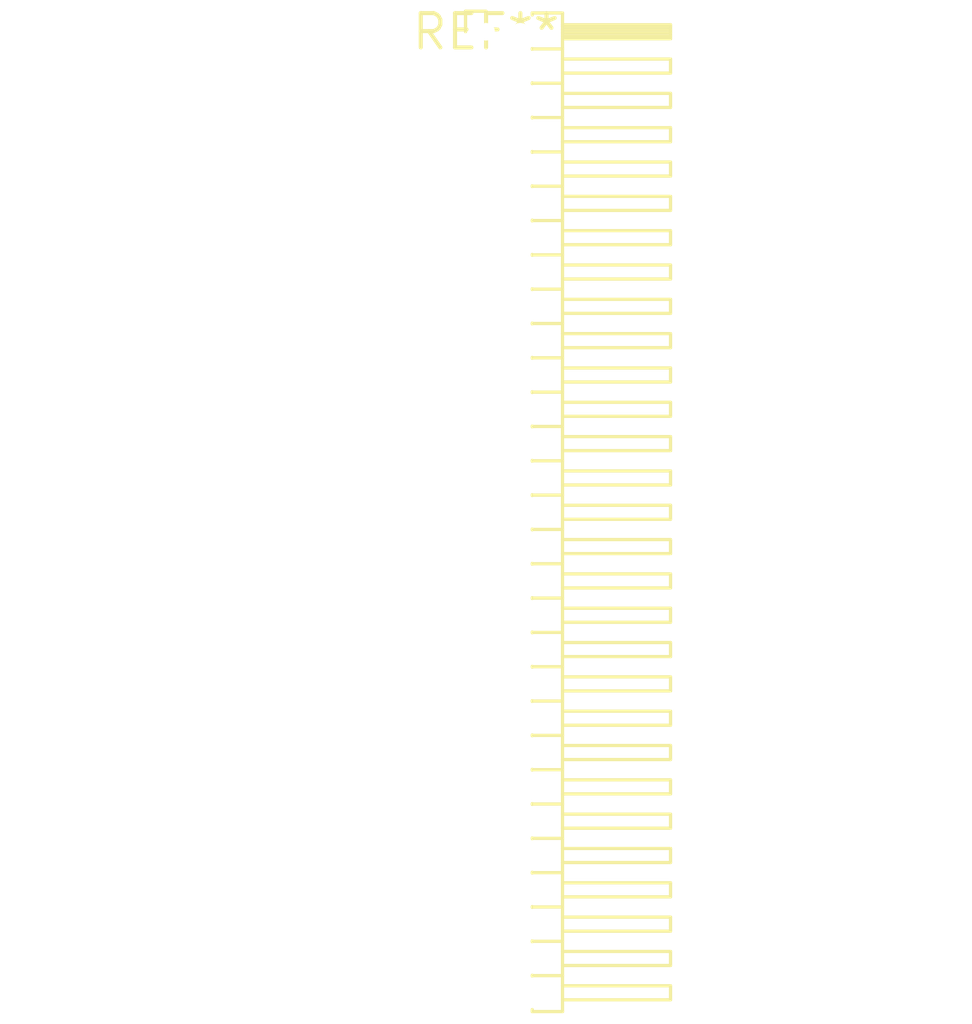
<source format=kicad_pcb>
(kicad_pcb (version 20240108) (generator pcbnew)
  (layers (0 "F.Cu" signal) (31 "B.Cu" signal) (34 "B.Paste" user) (35 "F.Paste" user) (36 "B.SilkS" user "B.Silkscreen") (37 "F.SilkS" user "F.Silkscreen") (38 "B.Mask" user) (39 "F.Mask" user) (44 "Edge.Cuts" user))
  (net 0 "")
  (footprint "PinHeader_2x29_P1.27mm_Horizontal" (layer "F.Cu") (at 0 0)
    (property "Reference" "REF**")
    (property "Value" "PinHeader_2x29_P1.27mm_Horizontal")
    (fp_line (start -0.76 -0.76) (end 0 -0.76) (layer "F.SilkS") (stroke (width 0.12)))
    (fp_line (start -0.76 0) (end -0.76 -0.76) (layer "F.SilkS") (stroke (width 0.12)))
    (fp_line (start 1.71 -0.695) (end 2.83 -0.695) (layer "F.SilkS") (stroke (width 0.12)))
    (fp_line (start 1.71 -0.619677) (end 1.71 -0.695) (layer "F.SilkS") (stroke (width 0.12)))
    (fp_line (start 1.71 0.619677) (end 1.71 0.650323) (layer "F.SilkS") (stroke (width 0.12)))
    (fp_line (start 1.71 0.635) (end 2.83 0.635) (layer "F.SilkS") (stroke (width 0.12)))
    (fp_line (start 1.71 1.889677) (end 1.71 1.920323) (layer "F.SilkS") (stroke (width 0.12)))
    (fp_line (start 1.71 1.905) (end 2.83 1.905) (layer "F.SilkS") (stroke (width 0.12)))
    (fp_line (start 1.71 3.159677) (end 1.71 3.190323) (layer "F.SilkS") (stroke (width 0.12)))
    (fp_line (start 1.71 3.175) (end 2.83 3.175) (layer "F.SilkS") (stroke (width 0.12)))
    (fp_line (start 1.71 4.429677) (end 1.71 4.460323) (layer "F.SilkS") (stroke (width 0.12)))
    (fp_line (start 1.71 4.445) (end 2.83 4.445) (layer "F.SilkS") (stroke (width 0.12)))
    (fp_line (start 1.71 5.699677) (end 1.71 5.730323) (layer "F.SilkS") (stroke (width 0.12)))
    (fp_line (start 1.71 5.715) (end 2.83 5.715) (layer "F.SilkS") (stroke (width 0.12)))
    (fp_line (start 1.71 6.969677) (end 1.71 7.000323) (layer "F.SilkS") (stroke (width 0.12)))
    (fp_line (start 1.71 6.985) (end 2.83 6.985) (layer "F.SilkS") (stroke (width 0.12)))
    (fp_line (start 1.71 8.239677) (end 1.71 8.270323) (layer "F.SilkS") (stroke (width 0.12)))
    (fp_line (start 1.71 8.255) (end 2.83 8.255) (layer "F.SilkS") (stroke (width 0.12)))
    (fp_line (start 1.71 9.509677) (end 1.71 9.540323) (layer "F.SilkS") (stroke (width 0.12)))
    (fp_line (start 1.71 9.525) (end 2.83 9.525) (layer "F.SilkS") (stroke (width 0.12)))
    (fp_line (start 1.71 10.779677) (end 1.71 10.810323) (layer "F.SilkS") (stroke (width 0.12)))
    (fp_line (start 1.71 10.795) (end 2.83 10.795) (layer "F.SilkS") (stroke (width 0.12)))
    (fp_line (start 1.71 12.049677) (end 1.71 12.080323) (layer "F.SilkS") (stroke (width 0.12)))
    (fp_line (start 1.71 12.065) (end 2.83 12.065) (layer "F.SilkS") (stroke (width 0.12)))
    (fp_line (start 1.71 13.319677) (end 1.71 13.350323) (layer "F.SilkS") (stroke (width 0.12)))
    (fp_line (start 1.71 13.335) (end 2.83 13.335) (layer "F.SilkS") (stroke (width 0.12)))
    (fp_line (start 1.71 14.589677) (end 1.71 14.620323) (layer "F.SilkS") (stroke (width 0.12)))
    (fp_line (start 1.71 14.605) (end 2.83 14.605) (layer "F.SilkS") (stroke (width 0.12)))
    (fp_line (start 1.71 15.859677) (end 1.71 15.890323) (layer "F.SilkS") (stroke (width 0.12)))
    (fp_line (start 1.71 15.875) (end 2.83 15.875) (layer "F.SilkS") (stroke (width 0.12)))
    (fp_line (start 1.71 17.129677) (end 1.71 17.160323) (layer "F.SilkS") (stroke (width 0.12)))
    (fp_line (start 1.71 17.145) (end 2.83 17.145) (layer "F.SilkS") (stroke (width 0.12)))
    (fp_line (start 1.71 18.399677) (end 1.71 18.430323) (layer "F.SilkS") (stroke (width 0.12)))
    (fp_line (start 1.71 18.415) (end 2.83 18.415) (layer "F.SilkS") (stroke (width 0.12)))
    (fp_line (start 1.71 19.669677) (end 1.71 19.700323) (layer "F.SilkS") (stroke (width 0.12)))
    (fp_line (start 1.71 19.685) (end 2.83 19.685) (layer "F.SilkS") (stroke (width 0.12)))
    (fp_line (start 1.71 20.939677) (end 1.71 20.970323) (layer "F.SilkS") (stroke (width 0.12)))
    (fp_line (start 1.71 20.955) (end 2.83 20.955) (layer "F.SilkS") (stroke (width 0.12)))
    (fp_line (start 1.71 22.209677) (end 1.71 22.240323) (layer "F.SilkS") (stroke (width 0.12)))
    (fp_line (start 1.71 22.225) (end 2.83 22.225) (layer "F.SilkS") (stroke (width 0.12)))
    (fp_line (start 1.71 23.479677) (end 1.71 23.510323) (layer "F.SilkS") (stroke (width 0.12)))
    (fp_line (start 1.71 23.495) (end 2.83 23.495) (layer "F.SilkS") (stroke (width 0.12)))
    (fp_line (start 1.71 24.749677) (end 1.71 24.780323) (layer "F.SilkS") (stroke (width 0.12)))
    (fp_line (start 1.71 24.765) (end 2.83 24.765) (layer "F.SilkS") (stroke (width 0.12)))
    (fp_line (start 1.71 26.019677) (end 1.71 26.050323) (layer "F.SilkS") (stroke (width 0.12)))
    (fp_line (start 1.71 26.035) (end 2.83 26.035) (layer "F.SilkS") (stroke (width 0.12)))
    (fp_line (start 1.71 27.289677) (end 1.71 27.320323) (layer "F.SilkS") (stroke (width 0.12)))
    (fp_line (start 1.71 27.305) (end 2.83 27.305) (layer "F.SilkS") (stroke (width 0.12)))
    (fp_line (start 1.71 28.559677) (end 1.71 28.590323) (layer "F.SilkS") (stroke (width 0.12)))
    (fp_line (start 1.71 28.575) (end 2.83 28.575) (layer "F.SilkS") (stroke (width 0.12)))
    (fp_line (start 1.71 29.829677) (end 1.71 29.860323) (layer "F.SilkS") (stroke (width 0.12)))
    (fp_line (start 1.71 29.845) (end 2.83 29.845) (layer "F.SilkS") (stroke (width 0.12)))
    (fp_line (start 1.71 31.099677) (end 1.71 31.130323) (layer "F.SilkS") (stroke (width 0.12)))
    (fp_line (start 1.71 31.115) (end 2.83 31.115) (layer "F.SilkS") (stroke (width 0.12)))
    (fp_line (start 1.71 32.369677) (end 1.71 32.400323) (layer "F.SilkS") (stroke (width 0.12)))
    (fp_line (start 1.71 32.385) (end 2.83 32.385) (layer "F.SilkS") (stroke (width 0.12)))
    (fp_line (start 1.71 33.639677) (end 1.71 33.670323) (layer "F.SilkS") (stroke (width 0.12)))
    (fp_line (start 1.71 33.655) (end 2.83 33.655) (layer "F.SilkS") (stroke (width 0.12)))
    (fp_line (start 1.71 34.909677) (end 1.71 34.940323) (layer "F.SilkS") (stroke (width 0.12)))
    (fp_line (start 1.71 34.925) (end 2.83 34.925) (layer "F.SilkS") (stroke (width 0.12)))
    (fp_line (start 1.71 36.255) (end 1.71 36.179677) (layer "F.SilkS") (stroke (width 0.12)))
    (fp_line (start 2.83 -0.695) (end 2.83 36.255) (layer "F.SilkS") (stroke (width 0.12)))
    (fp_line (start 2.83 -0.26) (end 6.83 -0.26) (layer "F.SilkS") (stroke (width 0.12)))
    (fp_line (start 2.83 -0.2) (end 6.83 -0.2) (layer "F.SilkS") (stroke (width 0.12)))
    (fp_line (start 2.83 -0.08) (end 6.83 -0.08) (layer "F.SilkS") (stroke (width 0.12)))
    (fp_line (start 2.83 0.04) (end 6.83 0.04) (layer "F.SilkS") (stroke (width 0.12)))
    (fp_line (start 2.83 0.16) (end 6.83 0.16) (layer "F.SilkS") (stroke (width 0.12)))
    (fp_line (start 2.83 1.01) (end 6.83 1.01) (layer "F.SilkS") (stroke (width 0.12)))
    (fp_line (start 2.83 2.28) (end 6.83 2.28) (layer "F.SilkS") (stroke (width 0.12)))
    (fp_line (start 2.83 3.55) (end 6.83 3.55) (layer "F.SilkS") (stroke (width 0.12)))
    (fp_line (start 2.83 4.82) (end 6.83 4.82) (layer "F.SilkS") (stroke (width 0.12)))
    (fp_line (start 2.83 6.09) (end 6.83 6.09) (layer "F.SilkS") (stroke (width 0.12)))
    (fp_line (start 2.83 7.36) (end 6.83 7.36) (layer "F.SilkS") (stroke (width 0.12)))
    (fp_line (start 2.83 8.63) (end 6.83 8.63) (layer "F.SilkS") (stroke (width 0.12)))
    (fp_line (start 2.83 9.9) (end 6.83 9.9) (layer "F.SilkS") (stroke (width 0.12)))
    (fp_line (start 2.83 11.17) (end 6.83 11.17) (layer "F.SilkS") (stroke (width 0.12)))
    (fp_line (start 2.83 12.44) (end 6.83 12.44) (layer "F.SilkS") (stroke (width 0.12)))
    (fp_line (start 2.83 13.71) (end 6.83 13.71) (layer "F.SilkS") (stroke (width 0.12)))
    (fp_line (start 2.83 14.98) (end 6.83 14.98) (layer "F.SilkS") (stroke (width 0.12)))
    (fp_line (start 2.83 16.25) (end 6.83 16.25) (layer "F.SilkS") (stroke (width 0.12)))
    (fp_line (start 2.83 17.52) (end 6.83 17.52) (layer "F.SilkS") (stroke (width 0.12)))
    (fp_line (start 2.83 18.79) (end 6.83 18.79) (layer "F.SilkS") (stroke (width 0.12)))
    (fp_line (start 2.83 20.06) (end 6.83 20.06) (layer "F.SilkS") (stroke (width 0.12)))
    (fp_line (start 2.83 21.33) (end 6.83 21.33) (layer "F.SilkS") (stroke (width 0.12)))
    (fp_line (start 2.83 22.6) (end 6.83 22.6) (layer "F.SilkS") (stroke (width 0.12)))
    (fp_line (start 2.83 23.87) (end 6.83 23.87) (layer "F.SilkS") (stroke (width 0.12)))
    (fp_line (start 2.83 25.14) (end 6.83 25.14) (layer "F.SilkS") (stroke (width 0.12)))
    (fp_line (start 2.83 26.41) (end 6.83 26.41) (layer "F.SilkS") (stroke (width 0.12)))
    (fp_line (start 2.83 27.68) (end 6.83 27.68) (layer "F.SilkS") (stroke (width 0.12)))
    (fp_line (start 2.83 28.95) (end 6.83 28.95) (layer "F.SilkS") (stroke (width 0.12)))
    (fp_line (start 2.83 30.22) (end 6.83 30.22) (layer "F.SilkS") (stroke (width 0.12)))
    (fp_line (start 2.83 31.49) (end 6.83 31.49) (layer "F.SilkS") (stroke (width 0.12)))
    (fp_line (start 2.83 32.76) (end 6.83 32.76) (layer "F.SilkS") (stroke (width 0.12)))
    (fp_line (start 2.83 34.03) (end 6.83 34.03) (layer "F.SilkS") (stroke (width 0.12)))
    (fp_line (start 2.83 35.3) (end 6.83 35.3) (layer "F.SilkS") (stroke (width 0.12)))
    (fp_line (start 2.83 36.255) (end 1.71 36.255) (layer "F.SilkS") (stroke (width 0.12)))
    (fp_line (start 6.83 -0.26) (end 6.83 0.26) (layer "F.SilkS") (stroke (width 0.12)))
    (fp_line (start 6.83 0.26) (end 2.83 0.26) (layer "F.SilkS") (stroke (width 0.12)))
    (fp_line (start 6.83 1.01) (end 6.83 1.53) (layer "F.SilkS") (stroke (width 0.12)))
    (fp_line (start 6.83 1.53) (end 2.83 1.53) (layer "F.SilkS") (stroke (width 0.12)))
    (fp_line (start 6.83 2.28) (end 6.83 2.8) (layer "F.SilkS") (stroke (width 0.12)))
    (fp_line (start 6.83 2.8) (end 2.83 2.8) (layer "F.SilkS") (stroke (width 0.12)))
    (fp_line (start 6.83 3.55) (end 6.83 4.07) (layer "F.SilkS") (stroke (width 0.12)))
    (fp_line (start 6.83 4.07) (end 2.83 4.07) (layer "F.SilkS") (stroke (width 0.12)))
    (fp_line (start 6.83 4.82) (end 6.83 5.34) (layer "F.SilkS") (stroke (width 0.12)))
    (fp_line (start 6.83 5.34) (end 2.83 5.34) (layer "F.SilkS") (stroke (width 0.12)))
    (fp_line (start 6.83 6.09) (end 6.83 6.61) (layer "F.SilkS") (stroke (width 0.12)))
    (fp_line (start 6.83 6.61) (end 2.83 6.61) (layer "F.SilkS") (stroke (width 0.12)))
    (fp_line (start 6.83 7.36) (end 6.83 7.88) (layer "F.SilkS") (stroke (width 0.12)))
    (fp_line (start 6.83 7.88) (end 2.83 7.88) (layer "F.SilkS") (stroke (width 0.12)))
    (fp_line (start 6.83 8.63) (end 6.83 9.15) (layer "F.SilkS") (stroke (width 0.12)))
    (fp_line (start 6.83 9.15) (end 2.83 9.15) (layer "F.SilkS") (stroke (width 0.12)))
    (fp_line (start 6.83 9.9) (end 6.83 10.42) (layer "F.SilkS") (stroke (width 0.12)))
    (fp_line (start 6.83 10.42) (end 2.83 10.42) (layer "F.SilkS") (stroke (width 0.12)))
    (fp_line (start 6.83 11.17) (end 6.83 11.69) (layer "F.SilkS") (stroke (width 0.12)))
    (fp_line (start 6.83 11.69) (end 2.83 11.69) (layer "F.SilkS") (stroke (width 0.12)))
    (fp_line (start 6.83 12.44) (end 6.83 12.96) (layer "F.SilkS") (stroke (width 0.12)))
    (fp_line (start 6.83 12.96) (end 2.83 12.96) (layer "F.SilkS") (stroke (width 0.12)))
    (fp_line (start 6.83 13.71) (end 6.83 14.23) (layer "F.SilkS") (stroke (width 0.12)))
    (fp_line (start 6.83 14.23) (end 2.83 14.23) (layer "F.SilkS") (stroke (width 0.12)))
    (fp_line (start 6.83 14.98) (end 6.83 15.5) (layer "F.SilkS") (stroke (width 0.12)))
    (fp_line (start 6.83 15.5) (end 2.83 15.5) (layer "F.SilkS") (stroke (width 0.12)))
    (fp_line (start 6.83 16.25) (end 6.83 16.77) (layer "F.SilkS") (stroke (width 0.12)))
    (fp_line (start 6.83 16.77) (end 2.83 16.77) (layer "F.SilkS") (stroke (width 0.12)))
    (fp_line (start 6.83 17.52) (end 6.83 18.04) (layer "F.SilkS") (stroke (width 0.12)))
    (fp_line (start 6.83 18.04) (end 2.83 18.04) (layer "F.SilkS") (stroke (width 0.12)))
    (fp_line (start 6.83 18.79) (end 6.83 19.31) (layer "F.SilkS") (stroke (width 0.12)))
    (fp_line (start 6.83 19.31) (end 2.83 19.31) (layer "F.SilkS") (stroke (width 0.12)))
    (fp_line (start 6.83 20.06) (end 6.83 20.58) (layer "F.SilkS") (stroke (width 0.12)))
    (fp_line (start 6.83 20.58) (end 2.83 20.58) (layer "F.SilkS") (stroke (width 0.12)))
    (fp_line (start 6.83 21.33) (end 6.83 21.85) (layer "F.SilkS") (stroke (width 0.12)))
    (fp_line (start 6.83 21.85) (end 2.83 21.85) (layer "F.SilkS") (stroke (width 0.12)))
    (fp_line (start 6.83 22.6) (end 6.83 23.12) (layer "F.SilkS") (stroke (width 0.12)))
    (fp_line (start 6.83 23.12) (end 2.83 23.12) (layer "F.SilkS") (stroke (width 0.12)))
    (fp_line (start 6.83 23.87) (end 6.83 24.39) (layer "F.SilkS") (stroke (width 0.12)))
    (fp_line (start 6.83 24.39) (end 2.83 24.39) (layer "F.SilkS") (stroke (width 0.12)))
    (fp_line (start 6.83 25.14) (end 6.83 25.66) (layer "F.SilkS") (stroke (width 0.12)))
    (fp_line (start 6.83 25.66) (end 2.83 25.66) (layer "F.SilkS") (stroke (width 0.12)))
    (fp_line (start 6.83 26.41) (end 6.83 26.93) (layer "F.SilkS") (stroke (width 0.12)))
    (fp_line (start 6.83 26.93) (end 2.83 26.93) (layer "F.SilkS") (stroke (width 0.12)))
    (fp_line (start 6.83 27.68) (end 6.83 28.2) (layer "F.SilkS") (stroke (width 0.12)))
    (fp_line (start 6.83 28.2) (end 2.83 28.2) (layer "F.SilkS") (stroke (width 0.12)))
    (fp_line (start 6.83 28.95) (end 6.83 29.47) (layer "F.SilkS") (stroke (width 0.12)))
    (fp_line (start 6.83 29.47) (end 2.83 29.47) (layer "F.SilkS") (stroke (width 0.12)))
    (fp_line (start 6.83 30.22) (end 6.83 30.74) (layer "F.SilkS") (stroke (width 0.12)))
    (fp_line (start 6.83 30.74) (end 2.83 30.74) (layer "F.SilkS") (stroke (width 0.12)))
    (fp_line (start 6.83 31.49) (end 6.83 32.01) (layer "F.SilkS") (stroke (width 0.12)))
    (fp_line (start 6.83 32.01) (end 2.83 32.01) (layer "F.SilkS") (stroke (width 0.12)))
    (fp_line (start 6.83 32.76) (end 6.83 33.28) (layer "F.SilkS") (stroke (width 0.12)))
    (fp_line (start 6.83 33.28) (end 2.83 33.28) (layer "F.SilkS") (stroke (width 0.12)))
    (fp_line (start 6.83 34.03) (end 6.83 34.55) (layer "F.SilkS") (stroke (width 0.12)))
    (fp_line (start 6.83 34.55) (end 2.83 34.55) (layer "F.SilkS") (stroke (width 0.12)))
    (fp_line (start 6.83 35.3) (end 6.83 35.82) (layer "F.SilkS") (stroke (width 0.12)))
    (fp_line (start 6.83 35.82) (end 2.83 35.82) (layer "F.SilkS") (stroke (width 0.12)))
    (pad "1" thru_hole rect (at 0 0) (size 1 1) (drill 0.65) (layers *.Cu *.Mask) (remove_unused_layers))
    (pad "2" thru_hole oval (at 1.27 0) (size 1 1) (drill 0.65) (layers *.Cu *.Mask) (remove_unused_layers))
    (pad "3" thru_hole oval (at 0 1.27) (size 1 1) (drill 0.65) (layers *.Cu *.Mask) (remove_unused_layers))
    (pad "4" thru_hole oval (at 1.27 1.27) (size 1 1) (drill 0.65) (layers *.Cu *.Mask) (remove_unused_layers))
    (pad "5" thru_hole oval (at 0 2.54) (size 1 1) (drill 0.65) (layers *.Cu *.Mask) (remove_unused_layers))
    (pad "6" thru_hole oval (at 1.27 2.54) (size 1 1) (drill 0.65) (layers *.Cu *.Mask) (remove_unused_layers))
    (pad "7" thru_hole oval (at 0 3.81) (size 1 1) (drill 0.65) (layers *.Cu *.Mask) (remove_unused_layers))
    (pad "8" thru_hole oval (at 1.27 3.81) (size 1 1) (drill 0.65) (layers *.Cu *.Mask) (remove_unused_layers))
    (pad "9" thru_hole oval (at 0 5.08) (size 1 1) (drill 0.65) (layers *.Cu *.Mask) (remove_unused_layers))
    (pad "10" thru_hole oval (at 1.27 5.08) (size 1 1) (drill 0.65) (layers *.Cu *.Mask) (remove_unused_layers))
    (pad "11" thru_hole oval (at 0 6.35) (size 1 1) (drill 0.65) (layers *.Cu *.Mask) (remove_unused_layers))
    (pad "12" thru_hole oval (at 1.27 6.35) (size 1 1) (drill 0.65) (layers *.Cu *.Mask) (remove_unused_layers))
    (pad "13" thru_hole oval (at 0 7.62) (size 1 1) (drill 0.65) (layers *.Cu *.Mask) (remove_unused_layers))
    (pad "14" thru_hole oval (at 1.27 7.62) (size 1 1) (drill 0.65) (layers *.Cu *.Mask) (remove_unused_layers))
    (pad "15" thru_hole oval (at 0 8.89) (size 1 1) (drill 0.65) (layers *.Cu *.Mask) (remove_unused_layers))
    (pad "16" thru_hole oval (at 1.27 8.89) (size 1 1) (drill 0.65) (layers *.Cu *.Mask) (remove_unused_layers))
    (pad "17" thru_hole oval (at 0 10.16) (size 1 1) (drill 0.65) (layers *.Cu *.Mask) (remove_unused_layers))
    (pad "18" thru_hole oval (at 1.27 10.16) (size 1 1) (drill 0.65) (layers *.Cu *.Mask) (remove_unused_layers))
    (pad "19" thru_hole oval (at 0 11.43) (size 1 1) (drill 0.65) (layers *.Cu *.Mask) (remove_unused_layers))
    (pad "20" thru_hole oval (at 1.27 11.43) (size 1 1) (drill 0.65) (layers *.Cu *.Mask) (remove_unused_layers))
    (pad "21" thru_hole oval (at 0 12.7) (size 1 1) (drill 0.65) (layers *.Cu *.Mask) (remove_unused_layers))
    (pad "22" thru_hole oval (at 1.27 12.7) (size 1 1) (drill 0.65) (layers *.Cu *.Mask) (remove_unused_layers))
    (pad "23" thru_hole oval (at 0 13.97) (size 1 1) (drill 0.65) (layers *.Cu *.Mask) (remove_unused_layers))
    (pad "24" thru_hole oval (at 1.27 13.97) (size 1 1) (drill 0.65) (layers *.Cu *.Mask) (remove_unused_layers))
    (pad "25" thru_hole oval (at 0 15.24) (size 1 1) (drill 0.65) (layers *.Cu *.Mask) (remove_unused_layers))
    (pad "26" thru_hole oval (at 1.27 15.24) (size 1 1) (drill 0.65) (layers *.Cu *.Mask) (remove_unused_layers))
    (pad "27" thru_hole oval (at 0 16.51) (size 1 1) (drill 0.65) (layers *.Cu *.Mask) (remove_unused_layers))
    (pad "28" thru_hole oval (at 1.27 16.51) (size 1 1) (drill 0.65) (layers *.Cu *.Mask) (remove_unused_layers))
    (pad "29" thru_hole oval (at 0 17.78) (size 1 1) (drill 0.65) (layers *.Cu *.Mask) (remove_unused_layers))
    (pad "30" thru_hole oval (at 1.27 17.78) (size 1 1) (drill 0.65) (layers *.Cu *.Mask) (remove_unused_layers))
    (pad "31" thru_hole oval (at 0 19.05) (size 1 1) (drill 0.65) (layers *.Cu *.Mask) (remove_unused_layers))
    (pad "32" thru_hole oval (at 1.27 19.05) (size 1 1) (drill 0.65) (layers *.Cu *.Mask) (remove_unused_layers))
    (pad "33" thru_hole oval (at 0 20.32) (size 1 1) (drill 0.65) (layers *.Cu *.Mask) (remove_unused_layers))
    (pad "34" thru_hole oval (at 1.27 20.32) (size 1 1) (drill 0.65) (layers *.Cu *.Mask) (remove_unused_layers))
    (pad "35" thru_hole oval (at 0 21.59) (size 1 1) (drill 0.65) (layers *.Cu *.Mask) (remove_unused_layers))
    (pad "36" thru_hole oval (at 1.27 21.59) (size 1 1) (drill 0.65) (layers *.Cu *.Mask) (remove_unused_layers))
    (pad "37" thru_hole oval (at 0 22.86) (size 1 1) (drill 0.65) (layers *.Cu *.Mask) (remove_unused_layers))
    (pad "38" thru_hole oval (at 1.27 22.86) (size 1 1) (drill 0.65) (layers *.Cu *.Mask) (remove_unused_layers))
    (pad "39" thru_hole oval (at 0 24.13) (size 1 1) (drill 0.65) (layers *.Cu *.Mask) (remove_unused_layers))
    (pad "40" thru_hole oval (at 1.27 24.13) (size 1 1) (drill 0.65) (layers *.Cu *.Mask) (remove_unused_layers))
    (pad "41" thru_hole oval (at 0 25.4) (size 1 1) (drill 0.65) (layers *.Cu *.Mask) (remove_unused_layers))
    (pad "42" thru_hole oval (at 1.27 25.4) (size 1 1) (drill 0.65) (layers *.Cu *.Mask) (remove_unused_layers))
    (pad "43" thru_hole oval (at 0 26.67) (size 1 1) (drill 0.65) (layers *.Cu *.Mask) (remove_unused_layers))
    (pad "44" thru_hole oval (at 1.27 26.67) (size 1 1) (drill 0.65) (layers *.Cu *.Mask) (remove_unused_layers))
    (pad "45" thru_hole oval (at 0 27.94) (size 1 1) (drill 0.65) (layers *.Cu *.Mask) (remove_unused_layers))
    (pad "46" thru_hole oval (at 1.27 27.94) (size 1 1) (drill 0.65) (layers *.Cu *.Mask) (remove_unused_layers))
    (pad "47" thru_hole oval (at 0 29.21) (size 1 1) (drill 0.65) (layers *.Cu *.Mask) (remove_unused_layers))
    (pad "48" thru_hole oval (at 1.27 29.21) (size 1 1) (drill 0.65) (layers *.Cu *.Mask) (remove_unused_layers))
    (pad "49" thru_hole oval (at 0 30.48) (size 1 1) (drill 0.65) (layers *.Cu *.Mask) (remove_unused_layers))
    (pad "50" thru_hole oval (at 1.27 30.48) (size 1 1) (drill 0.65) (layers *.Cu *.Mask) (remove_unused_layers))
    (pad "51" thru_hole oval (at 0 31.75) (size 1 1) (drill 0.65) (layers *.Cu *.Mask) (remove_unused_layers))
    (pad "52" thru_hole oval (at 1.27 31.75) (size 1 1) (drill 0.65) (layers *.Cu *.Mask) (remove_unused_layers))
    (pad "53" thru_hole oval (at 0 33.02) (size 1 1) (drill 0.65) (layers *.Cu *.Mask) (remove_unused_layers))
    (pad "54" thru_hole oval (at 1.27 33.02) (size 1 1) (drill 0.65) (layers *.Cu *.Mask) (remove_unused_layers))
    (pad "55" thru_hole oval (at 0 34.29) (size 1 1) (drill 0.65) (layers *.Cu *.Mask) (remove_unused_layers))
    (pad "56" thru_hole oval (at 1.27 34.29) (size 1 1) (drill 0.65) (layers *.Cu *.Mask) (remove_unused_layers))
    (pad "57" thru_hole oval (at 0 35.56) (size 1 1) (drill 0.65) (layers *.Cu *.Mask) (remove_unused_layers))
    (pad "58" thru_hole oval (at 1.27 35.56) (size 1 1) (drill 0.65) (layers *.Cu *.Mask) (remove_unused_layers))
  )
)
</source>
